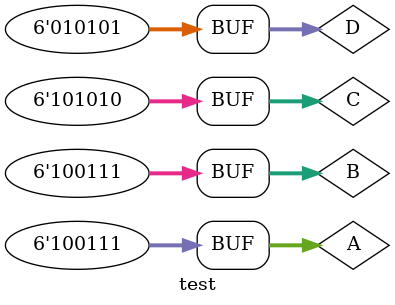
<source format=v>

	module comparador(input a, input b, output s);
		xor XOR_GATE(s,a,b);
	endmodule

	module test;

		reg  [0:0] result;

		reg  [5:0] A;
		reg  [5:0] B;

		reg  [5:0] C;
		reg  [5:0] D;

		wire [5:0] S1;
		wire [5:0] S2;

		initial begin
		//Associando valores iguais
		 
		A = 6'b100111;
		B = 6'b100111;
		
		//Associando valores distintos

		C = 6'b101010;
		D = 6'b010101;
		
		end
		
		//Instanciando o primeiro comparador

	    genvar i;
        generate 
            for (i = 0; i < 6; i = i + 1) begin
                comparador comp1(A[i], B[i], S1[i]);
                comparador comp2(C[i], D[i], S2[i]);
            end
        endgenerate

        // Display dos resultados
        initial begin
            $display("-------------- TESTE COMPARADOR-6-BITS ------------");
            $display("A = 100111,  B = 100111");
            #1;
			if(S1 == 6'b000000)begin
				$display("Os números são identicos");
			end
			else begin
				$display("Os números são distintos");
			end

            $display("C = 101010,  D = 010101");
            #1;
			if(S2 == 6'b000000)begin
				$display("Os números são identicos");
			end
			else begin
				$display("Os números são distintos");
			end            
        end
		
	endmodule

</source>
